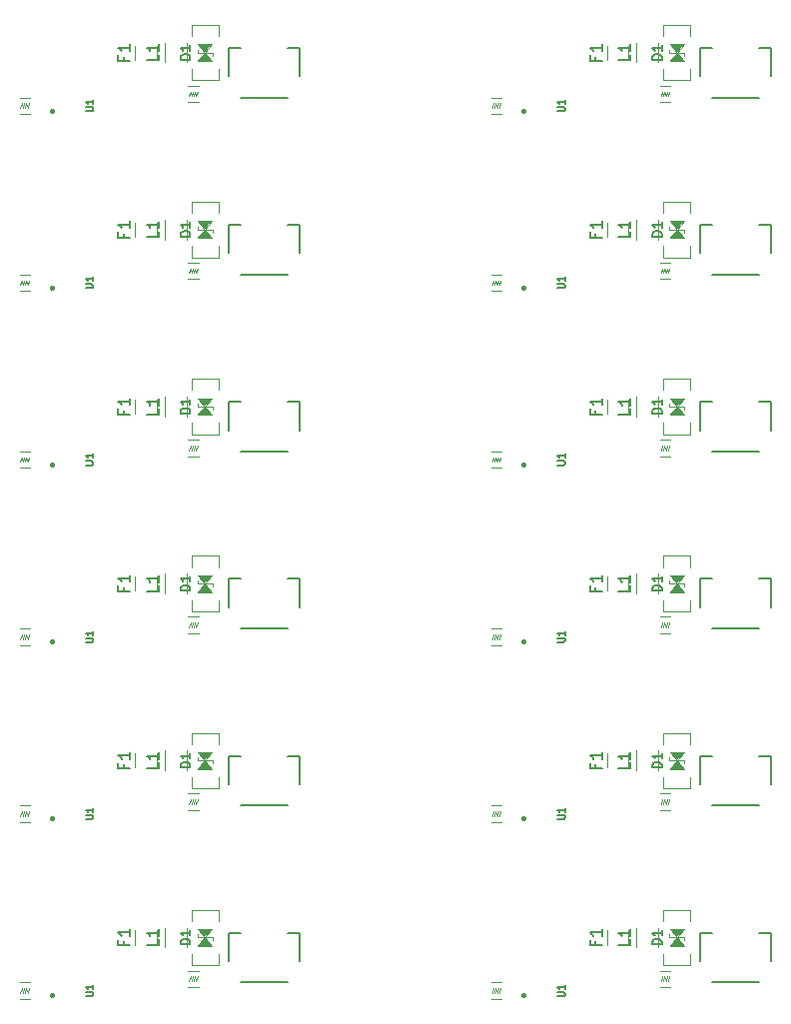
<source format=gbr>
%TF.GenerationSoftware,KiCad,Pcbnew,(5.1.11)-1*%
%TF.CreationDate,2022-08-13T18:26:06+07:00*%
%TF.ProjectId,Eclipse Voyager - Copy,45636c69-7073-4652-9056-6f7961676572,rev?*%
%TF.SameCoordinates,Original*%
%TF.FileFunction,Legend,Top*%
%TF.FilePolarity,Positive*%
%FSLAX46Y46*%
G04 Gerber Fmt 4.6, Leading zero omitted, Abs format (unit mm)*
G04 Created by KiCad (PCBNEW (5.1.11)-1) date 2022-08-13 18:26:06*
%MOMM*%
%LPD*%
G01*
G04 APERTURE LIST*
%ADD10C,0.150000*%
%ADD11C,0.120000*%
%ADD12C,0.100000*%
%ADD13C,0.101600*%
%ADD14C,0.400000*%
%ADD15C,0.200000*%
G04 APERTURE END LIST*
D10*
%TO.C,J1*%
X190500000Y-105100000D02*
X191500000Y-105100000D01*
X191500000Y-105100000D02*
X191500000Y-107500000D01*
X190500000Y-109300000D02*
X186500000Y-109300000D01*
X185500000Y-107500000D02*
X185500000Y-105100000D01*
X185500000Y-105100000D02*
X186500000Y-105100000D01*
X150500000Y-105100000D02*
X151500000Y-105100000D01*
X151500000Y-105100000D02*
X151500000Y-107500000D01*
X150500000Y-109300000D02*
X146500000Y-109300000D01*
X145500000Y-107500000D02*
X145500000Y-105100000D01*
X145500000Y-105100000D02*
X146500000Y-105100000D01*
X190500000Y-90100000D02*
X191500000Y-90100000D01*
X191500000Y-90100000D02*
X191500000Y-92500000D01*
X190500000Y-94300000D02*
X186500000Y-94300000D01*
X185500000Y-92500000D02*
X185500000Y-90100000D01*
X185500000Y-90100000D02*
X186500000Y-90100000D01*
X150500000Y-90100000D02*
X151500000Y-90100000D01*
X151500000Y-90100000D02*
X151500000Y-92500000D01*
X150500000Y-94300000D02*
X146500000Y-94300000D01*
X145500000Y-92500000D02*
X145500000Y-90100000D01*
X145500000Y-90100000D02*
X146500000Y-90100000D01*
X190500000Y-75100000D02*
X191500000Y-75100000D01*
X191500000Y-75100000D02*
X191500000Y-77500000D01*
X190500000Y-79300000D02*
X186500000Y-79300000D01*
X185500000Y-77500000D02*
X185500000Y-75100000D01*
X185500000Y-75100000D02*
X186500000Y-75100000D01*
X150500000Y-75100000D02*
X151500000Y-75100000D01*
X151500000Y-75100000D02*
X151500000Y-77500000D01*
X150500000Y-79300000D02*
X146500000Y-79300000D01*
X145500000Y-77500000D02*
X145500000Y-75100000D01*
X145500000Y-75100000D02*
X146500000Y-75100000D01*
X190500000Y-60100000D02*
X191500000Y-60100000D01*
X191500000Y-60100000D02*
X191500000Y-62500000D01*
X190500000Y-64300000D02*
X186500000Y-64300000D01*
X185500000Y-62500000D02*
X185500000Y-60100000D01*
X185500000Y-60100000D02*
X186500000Y-60100000D01*
X150500000Y-60100000D02*
X151500000Y-60100000D01*
X151500000Y-60100000D02*
X151500000Y-62500000D01*
X150500000Y-64300000D02*
X146500000Y-64300000D01*
X145500000Y-62500000D02*
X145500000Y-60100000D01*
X145500000Y-60100000D02*
X146500000Y-60100000D01*
X190500000Y-45100000D02*
X191500000Y-45100000D01*
X191500000Y-45100000D02*
X191500000Y-47500000D01*
X190500000Y-49300000D02*
X186500000Y-49300000D01*
X185500000Y-47500000D02*
X185500000Y-45100000D01*
X185500000Y-45100000D02*
X186500000Y-45100000D01*
X150500000Y-45100000D02*
X151500000Y-45100000D01*
X151500000Y-45100000D02*
X151500000Y-47500000D01*
X150500000Y-49300000D02*
X146500000Y-49300000D01*
X145500000Y-47500000D02*
X145500000Y-45100000D01*
X145500000Y-45100000D02*
X146500000Y-45100000D01*
X190500000Y-30100000D02*
X191500000Y-30100000D01*
X191500000Y-30100000D02*
X191500000Y-32500000D01*
X190500000Y-34300000D02*
X186500000Y-34300000D01*
X185500000Y-32500000D02*
X185500000Y-30100000D01*
X185500000Y-30100000D02*
X186500000Y-30100000D01*
D11*
%TO.C,L1*%
X181910000Y-106335242D02*
X181910000Y-104664758D01*
X180090000Y-106335242D02*
X180090000Y-104664758D01*
X141910000Y-106335242D02*
X141910000Y-104664758D01*
X140090000Y-106335242D02*
X140090000Y-104664758D01*
X181910000Y-91335242D02*
X181910000Y-89664758D01*
X180090000Y-91335242D02*
X180090000Y-89664758D01*
X141910000Y-91335242D02*
X141910000Y-89664758D01*
X140090000Y-91335242D02*
X140090000Y-89664758D01*
X181910000Y-76335242D02*
X181910000Y-74664758D01*
X180090000Y-76335242D02*
X180090000Y-74664758D01*
X141910000Y-76335242D02*
X141910000Y-74664758D01*
X140090000Y-76335242D02*
X140090000Y-74664758D01*
X181910000Y-61335242D02*
X181910000Y-59664758D01*
X180090000Y-61335242D02*
X180090000Y-59664758D01*
X141910000Y-61335242D02*
X141910000Y-59664758D01*
X140090000Y-61335242D02*
X140090000Y-59664758D01*
X181910000Y-46335242D02*
X181910000Y-44664758D01*
X180090000Y-46335242D02*
X180090000Y-44664758D01*
X141910000Y-46335242D02*
X141910000Y-44664758D01*
X140090000Y-46335242D02*
X140090000Y-44664758D01*
X181910000Y-31335242D02*
X181910000Y-29664758D01*
X180090000Y-31335242D02*
X180090000Y-29664758D01*
%TO.C,F1*%
X179410000Y-106102064D02*
X179410000Y-104897936D01*
X177590000Y-106102064D02*
X177590000Y-104897936D01*
X139410000Y-106102064D02*
X139410000Y-104897936D01*
X137590000Y-106102064D02*
X137590000Y-104897936D01*
X179410000Y-91102064D02*
X179410000Y-89897936D01*
X177590000Y-91102064D02*
X177590000Y-89897936D01*
X139410000Y-91102064D02*
X139410000Y-89897936D01*
X137590000Y-91102064D02*
X137590000Y-89897936D01*
X179410000Y-76102064D02*
X179410000Y-74897936D01*
X177590000Y-76102064D02*
X177590000Y-74897936D01*
X139410000Y-76102064D02*
X139410000Y-74897936D01*
X137590000Y-76102064D02*
X137590000Y-74897936D01*
X179410000Y-61102064D02*
X179410000Y-59897936D01*
X177590000Y-61102064D02*
X177590000Y-59897936D01*
X139410000Y-61102064D02*
X139410000Y-59897936D01*
X137590000Y-61102064D02*
X137590000Y-59897936D01*
X179410000Y-46102064D02*
X179410000Y-44897936D01*
X177590000Y-46102064D02*
X177590000Y-44897936D01*
X139410000Y-46102064D02*
X139410000Y-44897936D01*
X137590000Y-46102064D02*
X137590000Y-44897936D01*
X179410000Y-31102064D02*
X179410000Y-29897936D01*
X177590000Y-31102064D02*
X177590000Y-29897936D01*
D12*
%TO.C,R2*%
X168350000Y-109800000D02*
X168450000Y-110200000D01*
X168250000Y-110200000D02*
X168350000Y-109800000D01*
X168150000Y-109800000D02*
X168250000Y-110200000D01*
X168050000Y-110200000D02*
X168150000Y-109800000D01*
X167850000Y-110200000D02*
X167950000Y-109800000D01*
X167950000Y-109800000D02*
X168050000Y-110200000D01*
X168450000Y-110200000D02*
X168550000Y-109800000D01*
D11*
X167775000Y-110700000D02*
X168625000Y-110700000D01*
X167775000Y-109300000D02*
X168625000Y-109300000D01*
D12*
X128350000Y-109800000D02*
X128450000Y-110200000D01*
X128250000Y-110200000D02*
X128350000Y-109800000D01*
X128150000Y-109800000D02*
X128250000Y-110200000D01*
X128050000Y-110200000D02*
X128150000Y-109800000D01*
X127850000Y-110200000D02*
X127950000Y-109800000D01*
X127950000Y-109800000D02*
X128050000Y-110200000D01*
X128450000Y-110200000D02*
X128550000Y-109800000D01*
D11*
X127775000Y-110700000D02*
X128625000Y-110700000D01*
X127775000Y-109300000D02*
X128625000Y-109300000D01*
D12*
X168350000Y-94800000D02*
X168450000Y-95200000D01*
X168250000Y-95200000D02*
X168350000Y-94800000D01*
X168150000Y-94800000D02*
X168250000Y-95200000D01*
X168050000Y-95200000D02*
X168150000Y-94800000D01*
X167850000Y-95200000D02*
X167950000Y-94800000D01*
X167950000Y-94800000D02*
X168050000Y-95200000D01*
X168450000Y-95200000D02*
X168550000Y-94800000D01*
D11*
X167775000Y-95700000D02*
X168625000Y-95700000D01*
X167775000Y-94300000D02*
X168625000Y-94300000D01*
D12*
X128350000Y-94800000D02*
X128450000Y-95200000D01*
X128250000Y-95200000D02*
X128350000Y-94800000D01*
X128150000Y-94800000D02*
X128250000Y-95200000D01*
X128050000Y-95200000D02*
X128150000Y-94800000D01*
X127850000Y-95200000D02*
X127950000Y-94800000D01*
X127950000Y-94800000D02*
X128050000Y-95200000D01*
X128450000Y-95200000D02*
X128550000Y-94800000D01*
D11*
X127775000Y-95700000D02*
X128625000Y-95700000D01*
X127775000Y-94300000D02*
X128625000Y-94300000D01*
D12*
X168350000Y-79800000D02*
X168450000Y-80200000D01*
X168250000Y-80200000D02*
X168350000Y-79800000D01*
X168150000Y-79800000D02*
X168250000Y-80200000D01*
X168050000Y-80200000D02*
X168150000Y-79800000D01*
X167850000Y-80200000D02*
X167950000Y-79800000D01*
X167950000Y-79800000D02*
X168050000Y-80200000D01*
X168450000Y-80200000D02*
X168550000Y-79800000D01*
D11*
X167775000Y-80700000D02*
X168625000Y-80700000D01*
X167775000Y-79300000D02*
X168625000Y-79300000D01*
D12*
X128350000Y-79800000D02*
X128450000Y-80200000D01*
X128250000Y-80200000D02*
X128350000Y-79800000D01*
X128150000Y-79800000D02*
X128250000Y-80200000D01*
X128050000Y-80200000D02*
X128150000Y-79800000D01*
X127850000Y-80200000D02*
X127950000Y-79800000D01*
X127950000Y-79800000D02*
X128050000Y-80200000D01*
X128450000Y-80200000D02*
X128550000Y-79800000D01*
D11*
X127775000Y-80700000D02*
X128625000Y-80700000D01*
X127775000Y-79300000D02*
X128625000Y-79300000D01*
D12*
X168350000Y-64800000D02*
X168450000Y-65200000D01*
X168250000Y-65200000D02*
X168350000Y-64800000D01*
X168150000Y-64800000D02*
X168250000Y-65200000D01*
X168050000Y-65200000D02*
X168150000Y-64800000D01*
X167850000Y-65200000D02*
X167950000Y-64800000D01*
X167950000Y-64800000D02*
X168050000Y-65200000D01*
X168450000Y-65200000D02*
X168550000Y-64800000D01*
D11*
X167775000Y-65700000D02*
X168625000Y-65700000D01*
X167775000Y-64300000D02*
X168625000Y-64300000D01*
D12*
X128350000Y-64800000D02*
X128450000Y-65200000D01*
X128250000Y-65200000D02*
X128350000Y-64800000D01*
X128150000Y-64800000D02*
X128250000Y-65200000D01*
X128050000Y-65200000D02*
X128150000Y-64800000D01*
X127850000Y-65200000D02*
X127950000Y-64800000D01*
X127950000Y-64800000D02*
X128050000Y-65200000D01*
X128450000Y-65200000D02*
X128550000Y-64800000D01*
D11*
X127775000Y-65700000D02*
X128625000Y-65700000D01*
X127775000Y-64300000D02*
X128625000Y-64300000D01*
D12*
X168350000Y-49800000D02*
X168450000Y-50200000D01*
X168250000Y-50200000D02*
X168350000Y-49800000D01*
X168150000Y-49800000D02*
X168250000Y-50200000D01*
X168050000Y-50200000D02*
X168150000Y-49800000D01*
X167850000Y-50200000D02*
X167950000Y-49800000D01*
X167950000Y-49800000D02*
X168050000Y-50200000D01*
X168450000Y-50200000D02*
X168550000Y-49800000D01*
D11*
X167775000Y-50700000D02*
X168625000Y-50700000D01*
X167775000Y-49300000D02*
X168625000Y-49300000D01*
D12*
X128350000Y-49800000D02*
X128450000Y-50200000D01*
X128250000Y-50200000D02*
X128350000Y-49800000D01*
X128150000Y-49800000D02*
X128250000Y-50200000D01*
X128050000Y-50200000D02*
X128150000Y-49800000D01*
X127850000Y-50200000D02*
X127950000Y-49800000D01*
X127950000Y-49800000D02*
X128050000Y-50200000D01*
X128450000Y-50200000D02*
X128550000Y-49800000D01*
D11*
X127775000Y-50700000D02*
X128625000Y-50700000D01*
X127775000Y-49300000D02*
X128625000Y-49300000D01*
D12*
X168350000Y-34800000D02*
X168450000Y-35200000D01*
X168250000Y-35200000D02*
X168350000Y-34800000D01*
X168150000Y-34800000D02*
X168250000Y-35200000D01*
X168050000Y-35200000D02*
X168150000Y-34800000D01*
X167850000Y-35200000D02*
X167950000Y-34800000D01*
X167950000Y-34800000D02*
X168050000Y-35200000D01*
X168450000Y-35200000D02*
X168550000Y-34800000D01*
D11*
X167775000Y-35700000D02*
X168625000Y-35700000D01*
X167775000Y-34300000D02*
X168625000Y-34300000D01*
D12*
%TO.C,R1*%
X182350000Y-109200000D02*
X182250000Y-108800000D01*
X182450000Y-108800000D02*
X182350000Y-109200000D01*
X182550000Y-109200000D02*
X182450000Y-108800000D01*
X182650000Y-108800000D02*
X182550000Y-109200000D01*
X182850000Y-108800000D02*
X182750000Y-109200000D01*
X182750000Y-109200000D02*
X182650000Y-108800000D01*
X182250000Y-108800000D02*
X182150000Y-109200000D01*
D11*
X182925000Y-108300000D02*
X182075000Y-108300000D01*
X182925000Y-109700000D02*
X182075000Y-109700000D01*
D12*
X142350000Y-109200000D02*
X142250000Y-108800000D01*
X142450000Y-108800000D02*
X142350000Y-109200000D01*
X142550000Y-109200000D02*
X142450000Y-108800000D01*
X142650000Y-108800000D02*
X142550000Y-109200000D01*
X142850000Y-108800000D02*
X142750000Y-109200000D01*
X142750000Y-109200000D02*
X142650000Y-108800000D01*
X142250000Y-108800000D02*
X142150000Y-109200000D01*
D11*
X142925000Y-108300000D02*
X142075000Y-108300000D01*
X142925000Y-109700000D02*
X142075000Y-109700000D01*
D12*
X182350000Y-94200000D02*
X182250000Y-93800000D01*
X182450000Y-93800000D02*
X182350000Y-94200000D01*
X182550000Y-94200000D02*
X182450000Y-93800000D01*
X182650000Y-93800000D02*
X182550000Y-94200000D01*
X182850000Y-93800000D02*
X182750000Y-94200000D01*
X182750000Y-94200000D02*
X182650000Y-93800000D01*
X182250000Y-93800000D02*
X182150000Y-94200000D01*
D11*
X182925000Y-93300000D02*
X182075000Y-93300000D01*
X182925000Y-94700000D02*
X182075000Y-94700000D01*
D12*
X142350000Y-94200000D02*
X142250000Y-93800000D01*
X142450000Y-93800000D02*
X142350000Y-94200000D01*
X142550000Y-94200000D02*
X142450000Y-93800000D01*
X142650000Y-93800000D02*
X142550000Y-94200000D01*
X142850000Y-93800000D02*
X142750000Y-94200000D01*
X142750000Y-94200000D02*
X142650000Y-93800000D01*
X142250000Y-93800000D02*
X142150000Y-94200000D01*
D11*
X142925000Y-93300000D02*
X142075000Y-93300000D01*
X142925000Y-94700000D02*
X142075000Y-94700000D01*
D12*
X182350000Y-79200000D02*
X182250000Y-78800000D01*
X182450000Y-78800000D02*
X182350000Y-79200000D01*
X182550000Y-79200000D02*
X182450000Y-78800000D01*
X182650000Y-78800000D02*
X182550000Y-79200000D01*
X182850000Y-78800000D02*
X182750000Y-79200000D01*
X182750000Y-79200000D02*
X182650000Y-78800000D01*
X182250000Y-78800000D02*
X182150000Y-79200000D01*
D11*
X182925000Y-78300000D02*
X182075000Y-78300000D01*
X182925000Y-79700000D02*
X182075000Y-79700000D01*
D12*
X142350000Y-79200000D02*
X142250000Y-78800000D01*
X142450000Y-78800000D02*
X142350000Y-79200000D01*
X142550000Y-79200000D02*
X142450000Y-78800000D01*
X142650000Y-78800000D02*
X142550000Y-79200000D01*
X142850000Y-78800000D02*
X142750000Y-79200000D01*
X142750000Y-79200000D02*
X142650000Y-78800000D01*
X142250000Y-78800000D02*
X142150000Y-79200000D01*
D11*
X142925000Y-78300000D02*
X142075000Y-78300000D01*
X142925000Y-79700000D02*
X142075000Y-79700000D01*
D12*
X182350000Y-64200000D02*
X182250000Y-63800000D01*
X182450000Y-63800000D02*
X182350000Y-64200000D01*
X182550000Y-64200000D02*
X182450000Y-63800000D01*
X182650000Y-63800000D02*
X182550000Y-64200000D01*
X182850000Y-63800000D02*
X182750000Y-64200000D01*
X182750000Y-64200000D02*
X182650000Y-63800000D01*
X182250000Y-63800000D02*
X182150000Y-64200000D01*
D11*
X182925000Y-63300000D02*
X182075000Y-63300000D01*
X182925000Y-64700000D02*
X182075000Y-64700000D01*
D12*
X142350000Y-64200000D02*
X142250000Y-63800000D01*
X142450000Y-63800000D02*
X142350000Y-64200000D01*
X142550000Y-64200000D02*
X142450000Y-63800000D01*
X142650000Y-63800000D02*
X142550000Y-64200000D01*
X142850000Y-63800000D02*
X142750000Y-64200000D01*
X142750000Y-64200000D02*
X142650000Y-63800000D01*
X142250000Y-63800000D02*
X142150000Y-64200000D01*
D11*
X142925000Y-63300000D02*
X142075000Y-63300000D01*
X142925000Y-64700000D02*
X142075000Y-64700000D01*
D12*
X182350000Y-49200000D02*
X182250000Y-48800000D01*
X182450000Y-48800000D02*
X182350000Y-49200000D01*
X182550000Y-49200000D02*
X182450000Y-48800000D01*
X182650000Y-48800000D02*
X182550000Y-49200000D01*
X182850000Y-48800000D02*
X182750000Y-49200000D01*
X182750000Y-49200000D02*
X182650000Y-48800000D01*
X182250000Y-48800000D02*
X182150000Y-49200000D01*
D11*
X182925000Y-48300000D02*
X182075000Y-48300000D01*
X182925000Y-49700000D02*
X182075000Y-49700000D01*
D12*
X142350000Y-49200000D02*
X142250000Y-48800000D01*
X142450000Y-48800000D02*
X142350000Y-49200000D01*
X142550000Y-49200000D02*
X142450000Y-48800000D01*
X142650000Y-48800000D02*
X142550000Y-49200000D01*
X142850000Y-48800000D02*
X142750000Y-49200000D01*
X142750000Y-49200000D02*
X142650000Y-48800000D01*
X142250000Y-48800000D02*
X142150000Y-49200000D01*
D11*
X142925000Y-48300000D02*
X142075000Y-48300000D01*
X142925000Y-49700000D02*
X142075000Y-49700000D01*
D12*
X182350000Y-34200000D02*
X182250000Y-33800000D01*
X182450000Y-33800000D02*
X182350000Y-34200000D01*
X182550000Y-34200000D02*
X182450000Y-33800000D01*
X182650000Y-33800000D02*
X182550000Y-34200000D01*
X182850000Y-33800000D02*
X182750000Y-34200000D01*
X182750000Y-34200000D02*
X182650000Y-33800000D01*
X182250000Y-33800000D02*
X182150000Y-34200000D01*
D11*
X182925000Y-33300000D02*
X182075000Y-33300000D01*
X182925000Y-34700000D02*
X182075000Y-34700000D01*
D13*
%TO.C,D1*%
X182350000Y-107850000D02*
X182350000Y-106900000D01*
X184650000Y-107850000D02*
X184650000Y-106900000D01*
X184650000Y-107850000D02*
X182350000Y-107850000D01*
X182350000Y-103150000D02*
X182350000Y-104100000D01*
X184650000Y-103150000D02*
X184650000Y-104100000D01*
X182350000Y-103150000D02*
X184650000Y-103150000D01*
D12*
G36*
X183500000Y-105500000D02*
G01*
X184100000Y-106211000D01*
X182900000Y-106211000D01*
X183500000Y-105500000D01*
G37*
X183500000Y-105500000D02*
X184100000Y-106211000D01*
X182900000Y-106211000D01*
X183500000Y-105500000D01*
G36*
X183500000Y-105500000D02*
G01*
X182900000Y-104789000D01*
X184100000Y-104789000D01*
X183500000Y-105500000D01*
G37*
X183500000Y-105500000D02*
X182900000Y-104789000D01*
X184100000Y-104789000D01*
X183500000Y-105500000D01*
D11*
X184135000Y-105500000D02*
X182865000Y-105500000D01*
X182865000Y-105500000D02*
X182865000Y-105246000D01*
X184135000Y-105500000D02*
X184135000Y-105754000D01*
D13*
X142350000Y-107850000D02*
X142350000Y-106900000D01*
X144650000Y-107850000D02*
X144650000Y-106900000D01*
X144650000Y-107850000D02*
X142350000Y-107850000D01*
X142350000Y-103150000D02*
X142350000Y-104100000D01*
X144650000Y-103150000D02*
X144650000Y-104100000D01*
X142350000Y-103150000D02*
X144650000Y-103150000D01*
D12*
G36*
X143500000Y-105500000D02*
G01*
X144100000Y-106211000D01*
X142900000Y-106211000D01*
X143500000Y-105500000D01*
G37*
X143500000Y-105500000D02*
X144100000Y-106211000D01*
X142900000Y-106211000D01*
X143500000Y-105500000D01*
G36*
X143500000Y-105500000D02*
G01*
X142900000Y-104789000D01*
X144100000Y-104789000D01*
X143500000Y-105500000D01*
G37*
X143500000Y-105500000D02*
X142900000Y-104789000D01*
X144100000Y-104789000D01*
X143500000Y-105500000D01*
D11*
X144135000Y-105500000D02*
X142865000Y-105500000D01*
X142865000Y-105500000D02*
X142865000Y-105246000D01*
X144135000Y-105500000D02*
X144135000Y-105754000D01*
D13*
X182350000Y-92850000D02*
X182350000Y-91900000D01*
X184650000Y-92850000D02*
X184650000Y-91900000D01*
X184650000Y-92850000D02*
X182350000Y-92850000D01*
X182350000Y-88150000D02*
X182350000Y-89100000D01*
X184650000Y-88150000D02*
X184650000Y-89100000D01*
X182350000Y-88150000D02*
X184650000Y-88150000D01*
D12*
G36*
X183500000Y-90500000D02*
G01*
X184100000Y-91211000D01*
X182900000Y-91211000D01*
X183500000Y-90500000D01*
G37*
X183500000Y-90500000D02*
X184100000Y-91211000D01*
X182900000Y-91211000D01*
X183500000Y-90500000D01*
G36*
X183500000Y-90500000D02*
G01*
X182900000Y-89789000D01*
X184100000Y-89789000D01*
X183500000Y-90500000D01*
G37*
X183500000Y-90500000D02*
X182900000Y-89789000D01*
X184100000Y-89789000D01*
X183500000Y-90500000D01*
D11*
X184135000Y-90500000D02*
X182865000Y-90500000D01*
X182865000Y-90500000D02*
X182865000Y-90246000D01*
X184135000Y-90500000D02*
X184135000Y-90754000D01*
D13*
X142350000Y-92850000D02*
X142350000Y-91900000D01*
X144650000Y-92850000D02*
X144650000Y-91900000D01*
X144650000Y-92850000D02*
X142350000Y-92850000D01*
X142350000Y-88150000D02*
X142350000Y-89100000D01*
X144650000Y-88150000D02*
X144650000Y-89100000D01*
X142350000Y-88150000D02*
X144650000Y-88150000D01*
D12*
G36*
X143500000Y-90500000D02*
G01*
X144100000Y-91211000D01*
X142900000Y-91211000D01*
X143500000Y-90500000D01*
G37*
X143500000Y-90500000D02*
X144100000Y-91211000D01*
X142900000Y-91211000D01*
X143500000Y-90500000D01*
G36*
X143500000Y-90500000D02*
G01*
X142900000Y-89789000D01*
X144100000Y-89789000D01*
X143500000Y-90500000D01*
G37*
X143500000Y-90500000D02*
X142900000Y-89789000D01*
X144100000Y-89789000D01*
X143500000Y-90500000D01*
D11*
X144135000Y-90500000D02*
X142865000Y-90500000D01*
X142865000Y-90500000D02*
X142865000Y-90246000D01*
X144135000Y-90500000D02*
X144135000Y-90754000D01*
D13*
X182350000Y-77850000D02*
X182350000Y-76900000D01*
X184650000Y-77850000D02*
X184650000Y-76900000D01*
X184650000Y-77850000D02*
X182350000Y-77850000D01*
X182350000Y-73150000D02*
X182350000Y-74100000D01*
X184650000Y-73150000D02*
X184650000Y-74100000D01*
X182350000Y-73150000D02*
X184650000Y-73150000D01*
D12*
G36*
X183500000Y-75500000D02*
G01*
X184100000Y-76211000D01*
X182900000Y-76211000D01*
X183500000Y-75500000D01*
G37*
X183500000Y-75500000D02*
X184100000Y-76211000D01*
X182900000Y-76211000D01*
X183500000Y-75500000D01*
G36*
X183500000Y-75500000D02*
G01*
X182900000Y-74789000D01*
X184100000Y-74789000D01*
X183500000Y-75500000D01*
G37*
X183500000Y-75500000D02*
X182900000Y-74789000D01*
X184100000Y-74789000D01*
X183500000Y-75500000D01*
D11*
X184135000Y-75500000D02*
X182865000Y-75500000D01*
X182865000Y-75500000D02*
X182865000Y-75246000D01*
X184135000Y-75500000D02*
X184135000Y-75754000D01*
D13*
X142350000Y-77850000D02*
X142350000Y-76900000D01*
X144650000Y-77850000D02*
X144650000Y-76900000D01*
X144650000Y-77850000D02*
X142350000Y-77850000D01*
X142350000Y-73150000D02*
X142350000Y-74100000D01*
X144650000Y-73150000D02*
X144650000Y-74100000D01*
X142350000Y-73150000D02*
X144650000Y-73150000D01*
D12*
G36*
X143500000Y-75500000D02*
G01*
X144100000Y-76211000D01*
X142900000Y-76211000D01*
X143500000Y-75500000D01*
G37*
X143500000Y-75500000D02*
X144100000Y-76211000D01*
X142900000Y-76211000D01*
X143500000Y-75500000D01*
G36*
X143500000Y-75500000D02*
G01*
X142900000Y-74789000D01*
X144100000Y-74789000D01*
X143500000Y-75500000D01*
G37*
X143500000Y-75500000D02*
X142900000Y-74789000D01*
X144100000Y-74789000D01*
X143500000Y-75500000D01*
D11*
X144135000Y-75500000D02*
X142865000Y-75500000D01*
X142865000Y-75500000D02*
X142865000Y-75246000D01*
X144135000Y-75500000D02*
X144135000Y-75754000D01*
D13*
X182350000Y-62850000D02*
X182350000Y-61900000D01*
X184650000Y-62850000D02*
X184650000Y-61900000D01*
X184650000Y-62850000D02*
X182350000Y-62850000D01*
X182350000Y-58150000D02*
X182350000Y-59100000D01*
X184650000Y-58150000D02*
X184650000Y-59100000D01*
X182350000Y-58150000D02*
X184650000Y-58150000D01*
D12*
G36*
X183500000Y-60500000D02*
G01*
X184100000Y-61211000D01*
X182900000Y-61211000D01*
X183500000Y-60500000D01*
G37*
X183500000Y-60500000D02*
X184100000Y-61211000D01*
X182900000Y-61211000D01*
X183500000Y-60500000D01*
G36*
X183500000Y-60500000D02*
G01*
X182900000Y-59789000D01*
X184100000Y-59789000D01*
X183500000Y-60500000D01*
G37*
X183500000Y-60500000D02*
X182900000Y-59789000D01*
X184100000Y-59789000D01*
X183500000Y-60500000D01*
D11*
X184135000Y-60500000D02*
X182865000Y-60500000D01*
X182865000Y-60500000D02*
X182865000Y-60246000D01*
X184135000Y-60500000D02*
X184135000Y-60754000D01*
D13*
X142350000Y-62850000D02*
X142350000Y-61900000D01*
X144650000Y-62850000D02*
X144650000Y-61900000D01*
X144650000Y-62850000D02*
X142350000Y-62850000D01*
X142350000Y-58150000D02*
X142350000Y-59100000D01*
X144650000Y-58150000D02*
X144650000Y-59100000D01*
X142350000Y-58150000D02*
X144650000Y-58150000D01*
D12*
G36*
X143500000Y-60500000D02*
G01*
X144100000Y-61211000D01*
X142900000Y-61211000D01*
X143500000Y-60500000D01*
G37*
X143500000Y-60500000D02*
X144100000Y-61211000D01*
X142900000Y-61211000D01*
X143500000Y-60500000D01*
G36*
X143500000Y-60500000D02*
G01*
X142900000Y-59789000D01*
X144100000Y-59789000D01*
X143500000Y-60500000D01*
G37*
X143500000Y-60500000D02*
X142900000Y-59789000D01*
X144100000Y-59789000D01*
X143500000Y-60500000D01*
D11*
X144135000Y-60500000D02*
X142865000Y-60500000D01*
X142865000Y-60500000D02*
X142865000Y-60246000D01*
X144135000Y-60500000D02*
X144135000Y-60754000D01*
D13*
X182350000Y-47850000D02*
X182350000Y-46900000D01*
X184650000Y-47850000D02*
X184650000Y-46900000D01*
X184650000Y-47850000D02*
X182350000Y-47850000D01*
X182350000Y-43150000D02*
X182350000Y-44100000D01*
X184650000Y-43150000D02*
X184650000Y-44100000D01*
X182350000Y-43150000D02*
X184650000Y-43150000D01*
D12*
G36*
X183500000Y-45500000D02*
G01*
X184100000Y-46211000D01*
X182900000Y-46211000D01*
X183500000Y-45500000D01*
G37*
X183500000Y-45500000D02*
X184100000Y-46211000D01*
X182900000Y-46211000D01*
X183500000Y-45500000D01*
G36*
X183500000Y-45500000D02*
G01*
X182900000Y-44789000D01*
X184100000Y-44789000D01*
X183500000Y-45500000D01*
G37*
X183500000Y-45500000D02*
X182900000Y-44789000D01*
X184100000Y-44789000D01*
X183500000Y-45500000D01*
D11*
X184135000Y-45500000D02*
X182865000Y-45500000D01*
X182865000Y-45500000D02*
X182865000Y-45246000D01*
X184135000Y-45500000D02*
X184135000Y-45754000D01*
D13*
X142350000Y-47850000D02*
X142350000Y-46900000D01*
X144650000Y-47850000D02*
X144650000Y-46900000D01*
X144650000Y-47850000D02*
X142350000Y-47850000D01*
X142350000Y-43150000D02*
X142350000Y-44100000D01*
X144650000Y-43150000D02*
X144650000Y-44100000D01*
X142350000Y-43150000D02*
X144650000Y-43150000D01*
D12*
G36*
X143500000Y-45500000D02*
G01*
X144100000Y-46211000D01*
X142900000Y-46211000D01*
X143500000Y-45500000D01*
G37*
X143500000Y-45500000D02*
X144100000Y-46211000D01*
X142900000Y-46211000D01*
X143500000Y-45500000D01*
G36*
X143500000Y-45500000D02*
G01*
X142900000Y-44789000D01*
X144100000Y-44789000D01*
X143500000Y-45500000D01*
G37*
X143500000Y-45500000D02*
X142900000Y-44789000D01*
X144100000Y-44789000D01*
X143500000Y-45500000D01*
D11*
X144135000Y-45500000D02*
X142865000Y-45500000D01*
X142865000Y-45500000D02*
X142865000Y-45246000D01*
X144135000Y-45500000D02*
X144135000Y-45754000D01*
D13*
X182350000Y-32850000D02*
X182350000Y-31900000D01*
X184650000Y-32850000D02*
X184650000Y-31900000D01*
X184650000Y-32850000D02*
X182350000Y-32850000D01*
X182350000Y-28150000D02*
X182350000Y-29100000D01*
X184650000Y-28150000D02*
X184650000Y-29100000D01*
X182350000Y-28150000D02*
X184650000Y-28150000D01*
D12*
G36*
X183500000Y-30500000D02*
G01*
X184100000Y-31211000D01*
X182900000Y-31211000D01*
X183500000Y-30500000D01*
G37*
X183500000Y-30500000D02*
X184100000Y-31211000D01*
X182900000Y-31211000D01*
X183500000Y-30500000D01*
G36*
X183500000Y-30500000D02*
G01*
X182900000Y-29789000D01*
X184100000Y-29789000D01*
X183500000Y-30500000D01*
G37*
X183500000Y-30500000D02*
X182900000Y-29789000D01*
X184100000Y-29789000D01*
X183500000Y-30500000D01*
D11*
X184135000Y-30500000D02*
X182865000Y-30500000D01*
X182865000Y-30500000D02*
X182865000Y-30246000D01*
X184135000Y-30500000D02*
X184135000Y-30754000D01*
D14*
%TO.C,U1*%
X170500000Y-110400000D02*
G75*
G03*
X170500000Y-110400000I0J0D01*
G01*
X130500000Y-110400000D02*
G75*
G03*
X130500000Y-110400000I0J0D01*
G01*
X170500000Y-95400000D02*
G75*
G03*
X170500000Y-95400000I0J0D01*
G01*
X130500000Y-95400000D02*
G75*
G03*
X130500000Y-95400000I0J0D01*
G01*
X170500000Y-80400000D02*
G75*
G03*
X170500000Y-80400000I0J0D01*
G01*
X130500000Y-80400000D02*
G75*
G03*
X130500000Y-80400000I0J0D01*
G01*
X170500000Y-65400000D02*
G75*
G03*
X170500000Y-65400000I0J0D01*
G01*
X130500000Y-65400000D02*
G75*
G03*
X130500000Y-65400000I0J0D01*
G01*
X170500000Y-50400000D02*
G75*
G03*
X170500000Y-50400000I0J0D01*
G01*
X130500000Y-50400000D02*
G75*
G03*
X130500000Y-50400000I0J0D01*
G01*
X170500000Y-35400000D02*
G75*
G03*
X170500000Y-35400000I0J0D01*
G01*
D11*
%TO.C,F1*%
X137590000Y-31102064D02*
X137590000Y-29897936D01*
X139410000Y-31102064D02*
X139410000Y-29897936D01*
D14*
%TO.C,U1*%
X130500000Y-35400000D02*
G75*
G03*
X130500000Y-35400000I0J0D01*
G01*
D11*
%TO.C,R2*%
X127775000Y-34300000D02*
X128625000Y-34300000D01*
X127775000Y-35700000D02*
X128625000Y-35700000D01*
D12*
X128450000Y-35200000D02*
X128550000Y-34800000D01*
X127950000Y-34800000D02*
X128050000Y-35200000D01*
X127850000Y-35200000D02*
X127950000Y-34800000D01*
X128050000Y-35200000D02*
X128150000Y-34800000D01*
X128150000Y-34800000D02*
X128250000Y-35200000D01*
X128250000Y-35200000D02*
X128350000Y-34800000D01*
X128350000Y-34800000D02*
X128450000Y-35200000D01*
D11*
%TO.C,R1*%
X142925000Y-34700000D02*
X142075000Y-34700000D01*
X142925000Y-33300000D02*
X142075000Y-33300000D01*
D12*
X142250000Y-33800000D02*
X142150000Y-34200000D01*
X142750000Y-34200000D02*
X142650000Y-33800000D01*
X142850000Y-33800000D02*
X142750000Y-34200000D01*
X142650000Y-33800000D02*
X142550000Y-34200000D01*
X142550000Y-34200000D02*
X142450000Y-33800000D01*
X142450000Y-33800000D02*
X142350000Y-34200000D01*
X142350000Y-34200000D02*
X142250000Y-33800000D01*
D11*
%TO.C,L1*%
X140090000Y-31335242D02*
X140090000Y-29664758D01*
X141910000Y-31335242D02*
X141910000Y-29664758D01*
%TO.C,D1*%
X144135000Y-30500000D02*
X144135000Y-30754000D01*
X142865000Y-30500000D02*
X142865000Y-30246000D01*
X144135000Y-30500000D02*
X142865000Y-30500000D01*
D12*
G36*
X143500000Y-30500000D02*
G01*
X142900000Y-29789000D01*
X144100000Y-29789000D01*
X143500000Y-30500000D01*
G37*
X143500000Y-30500000D02*
X142900000Y-29789000D01*
X144100000Y-29789000D01*
X143500000Y-30500000D01*
G36*
X143500000Y-30500000D02*
G01*
X144100000Y-31211000D01*
X142900000Y-31211000D01*
X143500000Y-30500000D01*
G37*
X143500000Y-30500000D02*
X144100000Y-31211000D01*
X142900000Y-31211000D01*
X143500000Y-30500000D01*
D13*
X142350000Y-28150000D02*
X144650000Y-28150000D01*
X144650000Y-28150000D02*
X144650000Y-29100000D01*
X142350000Y-28150000D02*
X142350000Y-29100000D01*
X144650000Y-32850000D02*
X142350000Y-32850000D01*
X144650000Y-32850000D02*
X144650000Y-31900000D01*
X142350000Y-32850000D02*
X142350000Y-31900000D01*
D10*
%TO.C,J1*%
X145500000Y-30100000D02*
X146500000Y-30100000D01*
X145500000Y-32500000D02*
X145500000Y-30100000D01*
X150500000Y-34300000D02*
X146500000Y-34300000D01*
X151500000Y-30100000D02*
X151500000Y-32500000D01*
X150500000Y-30100000D02*
X151500000Y-30100000D01*
%TO.C,L1*%
X179552380Y-105666666D02*
X179552380Y-106142857D01*
X178552380Y-106142857D01*
X179552380Y-104809523D02*
X179552380Y-105380952D01*
X179552380Y-105095238D02*
X178552380Y-105095238D01*
X178695238Y-105190476D01*
X178790476Y-105285714D01*
X178838095Y-105380952D01*
X139552380Y-105666666D02*
X139552380Y-106142857D01*
X138552380Y-106142857D01*
X139552380Y-104809523D02*
X139552380Y-105380952D01*
X139552380Y-105095238D02*
X138552380Y-105095238D01*
X138695238Y-105190476D01*
X138790476Y-105285714D01*
X138838095Y-105380952D01*
X179552380Y-90666666D02*
X179552380Y-91142857D01*
X178552380Y-91142857D01*
X179552380Y-89809523D02*
X179552380Y-90380952D01*
X179552380Y-90095238D02*
X178552380Y-90095238D01*
X178695238Y-90190476D01*
X178790476Y-90285714D01*
X178838095Y-90380952D01*
X139552380Y-90666666D02*
X139552380Y-91142857D01*
X138552380Y-91142857D01*
X139552380Y-89809523D02*
X139552380Y-90380952D01*
X139552380Y-90095238D02*
X138552380Y-90095238D01*
X138695238Y-90190476D01*
X138790476Y-90285714D01*
X138838095Y-90380952D01*
X179552380Y-75666666D02*
X179552380Y-76142857D01*
X178552380Y-76142857D01*
X179552380Y-74809523D02*
X179552380Y-75380952D01*
X179552380Y-75095238D02*
X178552380Y-75095238D01*
X178695238Y-75190476D01*
X178790476Y-75285714D01*
X178838095Y-75380952D01*
X139552380Y-75666666D02*
X139552380Y-76142857D01*
X138552380Y-76142857D01*
X139552380Y-74809523D02*
X139552380Y-75380952D01*
X139552380Y-75095238D02*
X138552380Y-75095238D01*
X138695238Y-75190476D01*
X138790476Y-75285714D01*
X138838095Y-75380952D01*
X179552380Y-60666666D02*
X179552380Y-61142857D01*
X178552380Y-61142857D01*
X179552380Y-59809523D02*
X179552380Y-60380952D01*
X179552380Y-60095238D02*
X178552380Y-60095238D01*
X178695238Y-60190476D01*
X178790476Y-60285714D01*
X178838095Y-60380952D01*
X139552380Y-60666666D02*
X139552380Y-61142857D01*
X138552380Y-61142857D01*
X139552380Y-59809523D02*
X139552380Y-60380952D01*
X139552380Y-60095238D02*
X138552380Y-60095238D01*
X138695238Y-60190476D01*
X138790476Y-60285714D01*
X138838095Y-60380952D01*
X179552380Y-45666666D02*
X179552380Y-46142857D01*
X178552380Y-46142857D01*
X179552380Y-44809523D02*
X179552380Y-45380952D01*
X179552380Y-45095238D02*
X178552380Y-45095238D01*
X178695238Y-45190476D01*
X178790476Y-45285714D01*
X178838095Y-45380952D01*
X139552380Y-45666666D02*
X139552380Y-46142857D01*
X138552380Y-46142857D01*
X139552380Y-44809523D02*
X139552380Y-45380952D01*
X139552380Y-45095238D02*
X138552380Y-45095238D01*
X138695238Y-45190476D01*
X138790476Y-45285714D01*
X138838095Y-45380952D01*
X179552380Y-30666666D02*
X179552380Y-31142857D01*
X178552380Y-31142857D01*
X179552380Y-29809523D02*
X179552380Y-30380952D01*
X179552380Y-30095238D02*
X178552380Y-30095238D01*
X178695238Y-30190476D01*
X178790476Y-30285714D01*
X178838095Y-30380952D01*
%TO.C,F1*%
X176608571Y-105833333D02*
X176608571Y-106166666D01*
X177132380Y-106166666D02*
X176132380Y-106166666D01*
X176132380Y-105690476D01*
X177132380Y-104785714D02*
X177132380Y-105357142D01*
X177132380Y-105071428D02*
X176132380Y-105071428D01*
X176275238Y-105166666D01*
X176370476Y-105261904D01*
X176418095Y-105357142D01*
X136608571Y-105833333D02*
X136608571Y-106166666D01*
X137132380Y-106166666D02*
X136132380Y-106166666D01*
X136132380Y-105690476D01*
X137132380Y-104785714D02*
X137132380Y-105357142D01*
X137132380Y-105071428D02*
X136132380Y-105071428D01*
X136275238Y-105166666D01*
X136370476Y-105261904D01*
X136418095Y-105357142D01*
X176608571Y-90833333D02*
X176608571Y-91166666D01*
X177132380Y-91166666D02*
X176132380Y-91166666D01*
X176132380Y-90690476D01*
X177132380Y-89785714D02*
X177132380Y-90357142D01*
X177132380Y-90071428D02*
X176132380Y-90071428D01*
X176275238Y-90166666D01*
X176370476Y-90261904D01*
X176418095Y-90357142D01*
X136608571Y-90833333D02*
X136608571Y-91166666D01*
X137132380Y-91166666D02*
X136132380Y-91166666D01*
X136132380Y-90690476D01*
X137132380Y-89785714D02*
X137132380Y-90357142D01*
X137132380Y-90071428D02*
X136132380Y-90071428D01*
X136275238Y-90166666D01*
X136370476Y-90261904D01*
X136418095Y-90357142D01*
X176608571Y-75833333D02*
X176608571Y-76166666D01*
X177132380Y-76166666D02*
X176132380Y-76166666D01*
X176132380Y-75690476D01*
X177132380Y-74785714D02*
X177132380Y-75357142D01*
X177132380Y-75071428D02*
X176132380Y-75071428D01*
X176275238Y-75166666D01*
X176370476Y-75261904D01*
X176418095Y-75357142D01*
X136608571Y-75833333D02*
X136608571Y-76166666D01*
X137132380Y-76166666D02*
X136132380Y-76166666D01*
X136132380Y-75690476D01*
X137132380Y-74785714D02*
X137132380Y-75357142D01*
X137132380Y-75071428D02*
X136132380Y-75071428D01*
X136275238Y-75166666D01*
X136370476Y-75261904D01*
X136418095Y-75357142D01*
X176608571Y-60833333D02*
X176608571Y-61166666D01*
X177132380Y-61166666D02*
X176132380Y-61166666D01*
X176132380Y-60690476D01*
X177132380Y-59785714D02*
X177132380Y-60357142D01*
X177132380Y-60071428D02*
X176132380Y-60071428D01*
X176275238Y-60166666D01*
X176370476Y-60261904D01*
X176418095Y-60357142D01*
X136608571Y-60833333D02*
X136608571Y-61166666D01*
X137132380Y-61166666D02*
X136132380Y-61166666D01*
X136132380Y-60690476D01*
X137132380Y-59785714D02*
X137132380Y-60357142D01*
X137132380Y-60071428D02*
X136132380Y-60071428D01*
X136275238Y-60166666D01*
X136370476Y-60261904D01*
X136418095Y-60357142D01*
X176608571Y-45833333D02*
X176608571Y-46166666D01*
X177132380Y-46166666D02*
X176132380Y-46166666D01*
X176132380Y-45690476D01*
X177132380Y-44785714D02*
X177132380Y-45357142D01*
X177132380Y-45071428D02*
X176132380Y-45071428D01*
X176275238Y-45166666D01*
X176370476Y-45261904D01*
X176418095Y-45357142D01*
X136608571Y-45833333D02*
X136608571Y-46166666D01*
X137132380Y-46166666D02*
X136132380Y-46166666D01*
X136132380Y-45690476D01*
X137132380Y-44785714D02*
X137132380Y-45357142D01*
X137132380Y-45071428D02*
X136132380Y-45071428D01*
X136275238Y-45166666D01*
X136370476Y-45261904D01*
X136418095Y-45357142D01*
X176608571Y-30833333D02*
X176608571Y-31166666D01*
X177132380Y-31166666D02*
X176132380Y-31166666D01*
X176132380Y-30690476D01*
X177132380Y-29785714D02*
X177132380Y-30357142D01*
X177132380Y-30071428D02*
X176132380Y-30071428D01*
X176275238Y-30166666D01*
X176370476Y-30261904D01*
X176418095Y-30357142D01*
%TO.C,D1*%
D15*
X182210904Y-106090476D02*
X181410904Y-106090476D01*
X181410904Y-105900000D01*
X181449000Y-105785714D01*
X181525190Y-105709523D01*
X181601380Y-105671428D01*
X181753761Y-105633333D01*
X181868047Y-105633333D01*
X182020428Y-105671428D01*
X182096619Y-105709523D01*
X182172809Y-105785714D01*
X182210904Y-105900000D01*
X182210904Y-106090476D01*
X182210904Y-104871428D02*
X182210904Y-105328571D01*
X182210904Y-105100000D02*
X181410904Y-105100000D01*
X181525190Y-105176190D01*
X181601380Y-105252380D01*
X181639476Y-105328571D01*
X142210904Y-106090476D02*
X141410904Y-106090476D01*
X141410904Y-105900000D01*
X141449000Y-105785714D01*
X141525190Y-105709523D01*
X141601380Y-105671428D01*
X141753761Y-105633333D01*
X141868047Y-105633333D01*
X142020428Y-105671428D01*
X142096619Y-105709523D01*
X142172809Y-105785714D01*
X142210904Y-105900000D01*
X142210904Y-106090476D01*
X142210904Y-104871428D02*
X142210904Y-105328571D01*
X142210904Y-105100000D02*
X141410904Y-105100000D01*
X141525190Y-105176190D01*
X141601380Y-105252380D01*
X141639476Y-105328571D01*
X182210904Y-91090476D02*
X181410904Y-91090476D01*
X181410904Y-90900000D01*
X181449000Y-90785714D01*
X181525190Y-90709523D01*
X181601380Y-90671428D01*
X181753761Y-90633333D01*
X181868047Y-90633333D01*
X182020428Y-90671428D01*
X182096619Y-90709523D01*
X182172809Y-90785714D01*
X182210904Y-90900000D01*
X182210904Y-91090476D01*
X182210904Y-89871428D02*
X182210904Y-90328571D01*
X182210904Y-90100000D02*
X181410904Y-90100000D01*
X181525190Y-90176190D01*
X181601380Y-90252380D01*
X181639476Y-90328571D01*
X142210904Y-91090476D02*
X141410904Y-91090476D01*
X141410904Y-90900000D01*
X141449000Y-90785714D01*
X141525190Y-90709523D01*
X141601380Y-90671428D01*
X141753761Y-90633333D01*
X141868047Y-90633333D01*
X142020428Y-90671428D01*
X142096619Y-90709523D01*
X142172809Y-90785714D01*
X142210904Y-90900000D01*
X142210904Y-91090476D01*
X142210904Y-89871428D02*
X142210904Y-90328571D01*
X142210904Y-90100000D02*
X141410904Y-90100000D01*
X141525190Y-90176190D01*
X141601380Y-90252380D01*
X141639476Y-90328571D01*
X182210904Y-76090476D02*
X181410904Y-76090476D01*
X181410904Y-75900000D01*
X181449000Y-75785714D01*
X181525190Y-75709523D01*
X181601380Y-75671428D01*
X181753761Y-75633333D01*
X181868047Y-75633333D01*
X182020428Y-75671428D01*
X182096619Y-75709523D01*
X182172809Y-75785714D01*
X182210904Y-75900000D01*
X182210904Y-76090476D01*
X182210904Y-74871428D02*
X182210904Y-75328571D01*
X182210904Y-75100000D02*
X181410904Y-75100000D01*
X181525190Y-75176190D01*
X181601380Y-75252380D01*
X181639476Y-75328571D01*
X142210904Y-76090476D02*
X141410904Y-76090476D01*
X141410904Y-75900000D01*
X141449000Y-75785714D01*
X141525190Y-75709523D01*
X141601380Y-75671428D01*
X141753761Y-75633333D01*
X141868047Y-75633333D01*
X142020428Y-75671428D01*
X142096619Y-75709523D01*
X142172809Y-75785714D01*
X142210904Y-75900000D01*
X142210904Y-76090476D01*
X142210904Y-74871428D02*
X142210904Y-75328571D01*
X142210904Y-75100000D02*
X141410904Y-75100000D01*
X141525190Y-75176190D01*
X141601380Y-75252380D01*
X141639476Y-75328571D01*
X182210904Y-61090476D02*
X181410904Y-61090476D01*
X181410904Y-60900000D01*
X181449000Y-60785714D01*
X181525190Y-60709523D01*
X181601380Y-60671428D01*
X181753761Y-60633333D01*
X181868047Y-60633333D01*
X182020428Y-60671428D01*
X182096619Y-60709523D01*
X182172809Y-60785714D01*
X182210904Y-60900000D01*
X182210904Y-61090476D01*
X182210904Y-59871428D02*
X182210904Y-60328571D01*
X182210904Y-60100000D02*
X181410904Y-60100000D01*
X181525190Y-60176190D01*
X181601380Y-60252380D01*
X181639476Y-60328571D01*
X142210904Y-61090476D02*
X141410904Y-61090476D01*
X141410904Y-60900000D01*
X141449000Y-60785714D01*
X141525190Y-60709523D01*
X141601380Y-60671428D01*
X141753761Y-60633333D01*
X141868047Y-60633333D01*
X142020428Y-60671428D01*
X142096619Y-60709523D01*
X142172809Y-60785714D01*
X142210904Y-60900000D01*
X142210904Y-61090476D01*
X142210904Y-59871428D02*
X142210904Y-60328571D01*
X142210904Y-60100000D02*
X141410904Y-60100000D01*
X141525190Y-60176190D01*
X141601380Y-60252380D01*
X141639476Y-60328571D01*
X182210904Y-46090476D02*
X181410904Y-46090476D01*
X181410904Y-45900000D01*
X181449000Y-45785714D01*
X181525190Y-45709523D01*
X181601380Y-45671428D01*
X181753761Y-45633333D01*
X181868047Y-45633333D01*
X182020428Y-45671428D01*
X182096619Y-45709523D01*
X182172809Y-45785714D01*
X182210904Y-45900000D01*
X182210904Y-46090476D01*
X182210904Y-44871428D02*
X182210904Y-45328571D01*
X182210904Y-45100000D02*
X181410904Y-45100000D01*
X181525190Y-45176190D01*
X181601380Y-45252380D01*
X181639476Y-45328571D01*
X142210904Y-46090476D02*
X141410904Y-46090476D01*
X141410904Y-45900000D01*
X141449000Y-45785714D01*
X141525190Y-45709523D01*
X141601380Y-45671428D01*
X141753761Y-45633333D01*
X141868047Y-45633333D01*
X142020428Y-45671428D01*
X142096619Y-45709523D01*
X142172809Y-45785714D01*
X142210904Y-45900000D01*
X142210904Y-46090476D01*
X142210904Y-44871428D02*
X142210904Y-45328571D01*
X142210904Y-45100000D02*
X141410904Y-45100000D01*
X141525190Y-45176190D01*
X141601380Y-45252380D01*
X141639476Y-45328571D01*
X182210904Y-31090476D02*
X181410904Y-31090476D01*
X181410904Y-30900000D01*
X181449000Y-30785714D01*
X181525190Y-30709523D01*
X181601380Y-30671428D01*
X181753761Y-30633333D01*
X181868047Y-30633333D01*
X182020428Y-30671428D01*
X182096619Y-30709523D01*
X182172809Y-30785714D01*
X182210904Y-30900000D01*
X182210904Y-31090476D01*
X182210904Y-29871428D02*
X182210904Y-30328571D01*
X182210904Y-30100000D02*
X181410904Y-30100000D01*
X181525190Y-30176190D01*
X181601380Y-30252380D01*
X181639476Y-30328571D01*
%TO.C,U1*%
D10*
X173398628Y-110457142D02*
X173884342Y-110457142D01*
X173941485Y-110428571D01*
X173970057Y-110400000D01*
X173998628Y-110342857D01*
X173998628Y-110228571D01*
X173970057Y-110171428D01*
X173941485Y-110142857D01*
X173884342Y-110114285D01*
X173398628Y-110114285D01*
X173998628Y-109514285D02*
X173998628Y-109857142D01*
X173998628Y-109685714D02*
X173398628Y-109685714D01*
X173484342Y-109742857D01*
X173541485Y-109800000D01*
X173570057Y-109857142D01*
X133398628Y-110457142D02*
X133884342Y-110457142D01*
X133941485Y-110428571D01*
X133970057Y-110400000D01*
X133998628Y-110342857D01*
X133998628Y-110228571D01*
X133970057Y-110171428D01*
X133941485Y-110142857D01*
X133884342Y-110114285D01*
X133398628Y-110114285D01*
X133998628Y-109514285D02*
X133998628Y-109857142D01*
X133998628Y-109685714D02*
X133398628Y-109685714D01*
X133484342Y-109742857D01*
X133541485Y-109800000D01*
X133570057Y-109857142D01*
X173398628Y-95457142D02*
X173884342Y-95457142D01*
X173941485Y-95428571D01*
X173970057Y-95400000D01*
X173998628Y-95342857D01*
X173998628Y-95228571D01*
X173970057Y-95171428D01*
X173941485Y-95142857D01*
X173884342Y-95114285D01*
X173398628Y-95114285D01*
X173998628Y-94514285D02*
X173998628Y-94857142D01*
X173998628Y-94685714D02*
X173398628Y-94685714D01*
X173484342Y-94742857D01*
X173541485Y-94800000D01*
X173570057Y-94857142D01*
X133398628Y-95457142D02*
X133884342Y-95457142D01*
X133941485Y-95428571D01*
X133970057Y-95400000D01*
X133998628Y-95342857D01*
X133998628Y-95228571D01*
X133970057Y-95171428D01*
X133941485Y-95142857D01*
X133884342Y-95114285D01*
X133398628Y-95114285D01*
X133998628Y-94514285D02*
X133998628Y-94857142D01*
X133998628Y-94685714D02*
X133398628Y-94685714D01*
X133484342Y-94742857D01*
X133541485Y-94800000D01*
X133570057Y-94857142D01*
X173398628Y-80457142D02*
X173884342Y-80457142D01*
X173941485Y-80428571D01*
X173970057Y-80400000D01*
X173998628Y-80342857D01*
X173998628Y-80228571D01*
X173970057Y-80171428D01*
X173941485Y-80142857D01*
X173884342Y-80114285D01*
X173398628Y-80114285D01*
X173998628Y-79514285D02*
X173998628Y-79857142D01*
X173998628Y-79685714D02*
X173398628Y-79685714D01*
X173484342Y-79742857D01*
X173541485Y-79800000D01*
X173570057Y-79857142D01*
X133398628Y-80457142D02*
X133884342Y-80457142D01*
X133941485Y-80428571D01*
X133970057Y-80400000D01*
X133998628Y-80342857D01*
X133998628Y-80228571D01*
X133970057Y-80171428D01*
X133941485Y-80142857D01*
X133884342Y-80114285D01*
X133398628Y-80114285D01*
X133998628Y-79514285D02*
X133998628Y-79857142D01*
X133998628Y-79685714D02*
X133398628Y-79685714D01*
X133484342Y-79742857D01*
X133541485Y-79800000D01*
X133570057Y-79857142D01*
X173398628Y-65457142D02*
X173884342Y-65457142D01*
X173941485Y-65428571D01*
X173970057Y-65400000D01*
X173998628Y-65342857D01*
X173998628Y-65228571D01*
X173970057Y-65171428D01*
X173941485Y-65142857D01*
X173884342Y-65114285D01*
X173398628Y-65114285D01*
X173998628Y-64514285D02*
X173998628Y-64857142D01*
X173998628Y-64685714D02*
X173398628Y-64685714D01*
X173484342Y-64742857D01*
X173541485Y-64800000D01*
X173570057Y-64857142D01*
X133398628Y-65457142D02*
X133884342Y-65457142D01*
X133941485Y-65428571D01*
X133970057Y-65400000D01*
X133998628Y-65342857D01*
X133998628Y-65228571D01*
X133970057Y-65171428D01*
X133941485Y-65142857D01*
X133884342Y-65114285D01*
X133398628Y-65114285D01*
X133998628Y-64514285D02*
X133998628Y-64857142D01*
X133998628Y-64685714D02*
X133398628Y-64685714D01*
X133484342Y-64742857D01*
X133541485Y-64800000D01*
X133570057Y-64857142D01*
X173398628Y-50457142D02*
X173884342Y-50457142D01*
X173941485Y-50428571D01*
X173970057Y-50400000D01*
X173998628Y-50342857D01*
X173998628Y-50228571D01*
X173970057Y-50171428D01*
X173941485Y-50142857D01*
X173884342Y-50114285D01*
X173398628Y-50114285D01*
X173998628Y-49514285D02*
X173998628Y-49857142D01*
X173998628Y-49685714D02*
X173398628Y-49685714D01*
X173484342Y-49742857D01*
X173541485Y-49800000D01*
X173570057Y-49857142D01*
X133398628Y-50457142D02*
X133884342Y-50457142D01*
X133941485Y-50428571D01*
X133970057Y-50400000D01*
X133998628Y-50342857D01*
X133998628Y-50228571D01*
X133970057Y-50171428D01*
X133941485Y-50142857D01*
X133884342Y-50114285D01*
X133398628Y-50114285D01*
X133998628Y-49514285D02*
X133998628Y-49857142D01*
X133998628Y-49685714D02*
X133398628Y-49685714D01*
X133484342Y-49742857D01*
X133541485Y-49800000D01*
X133570057Y-49857142D01*
X173398628Y-35457142D02*
X173884342Y-35457142D01*
X173941485Y-35428571D01*
X173970057Y-35400000D01*
X173998628Y-35342857D01*
X173998628Y-35228571D01*
X173970057Y-35171428D01*
X173941485Y-35142857D01*
X173884342Y-35114285D01*
X173398628Y-35114285D01*
X173998628Y-34514285D02*
X173998628Y-34857142D01*
X173998628Y-34685714D02*
X173398628Y-34685714D01*
X173484342Y-34742857D01*
X173541485Y-34800000D01*
X173570057Y-34857142D01*
%TO.C,F1*%
X136608571Y-30833333D02*
X136608571Y-31166666D01*
X137132380Y-31166666D02*
X136132380Y-31166666D01*
X136132380Y-30690476D01*
X137132380Y-29785714D02*
X137132380Y-30357142D01*
X137132380Y-30071428D02*
X136132380Y-30071428D01*
X136275238Y-30166666D01*
X136370476Y-30261904D01*
X136418095Y-30357142D01*
%TO.C,U1*%
X133398628Y-35457142D02*
X133884342Y-35457142D01*
X133941485Y-35428571D01*
X133970057Y-35400000D01*
X133998628Y-35342857D01*
X133998628Y-35228571D01*
X133970057Y-35171428D01*
X133941485Y-35142857D01*
X133884342Y-35114285D01*
X133398628Y-35114285D01*
X133998628Y-34514285D02*
X133998628Y-34857142D01*
X133998628Y-34685714D02*
X133398628Y-34685714D01*
X133484342Y-34742857D01*
X133541485Y-34800000D01*
X133570057Y-34857142D01*
%TO.C,L1*%
X139552380Y-30666666D02*
X139552380Y-31142857D01*
X138552380Y-31142857D01*
X139552380Y-29809523D02*
X139552380Y-30380952D01*
X139552380Y-30095238D02*
X138552380Y-30095238D01*
X138695238Y-30190476D01*
X138790476Y-30285714D01*
X138838095Y-30380952D01*
%TO.C,D1*%
D15*
X142210904Y-31090476D02*
X141410904Y-31090476D01*
X141410904Y-30900000D01*
X141449000Y-30785714D01*
X141525190Y-30709523D01*
X141601380Y-30671428D01*
X141753761Y-30633333D01*
X141868047Y-30633333D01*
X142020428Y-30671428D01*
X142096619Y-30709523D01*
X142172809Y-30785714D01*
X142210904Y-30900000D01*
X142210904Y-31090476D01*
X142210904Y-29871428D02*
X142210904Y-30328571D01*
X142210904Y-30100000D02*
X141410904Y-30100000D01*
X141525190Y-30176190D01*
X141601380Y-30252380D01*
X141639476Y-30328571D01*
%TD*%
M02*

</source>
